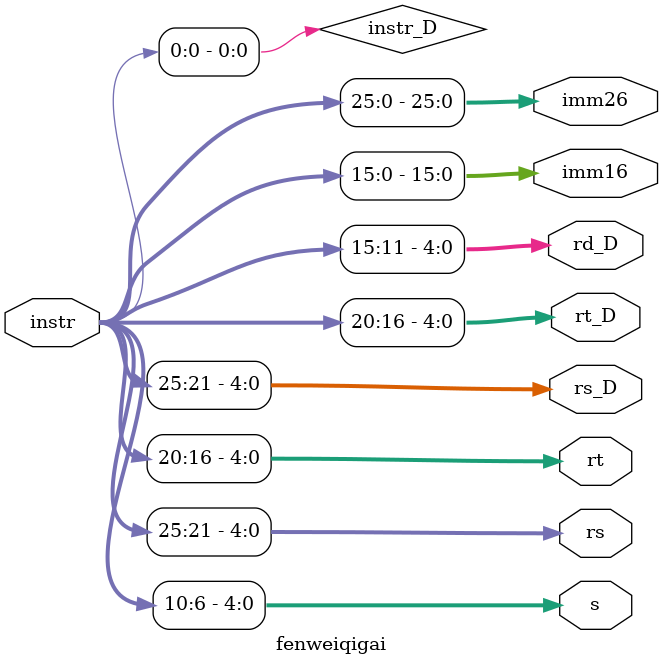
<source format=v>
`timescale 1ns / 1ps
module fenweiqigai(
	 input [31:0] instr,
    //output [31:0] instr_D,
	 output [4:0] s,
    output [4:0] rs,
    output [4:0] rt,
    output [4:0] rs_D,
    output [4:0] rt_D,
    output [4:0] rd_D,
    output [15:0] imm16,
	 output [25:0] imm26
    );
	 assign instr_D = instr;
	 assign s = instr[10:6];
	 assign rs = instr[25:21];
	 assign rt = instr[20:16];
	 assign rs_D = instr[25:21];
	 assign rt_D = instr[20:16];
	 assign rd_D = instr[15:11];
	 assign imm16 = instr[15:0];
	 assign imm26 = instr[25:0];
   


endmodule

</source>
